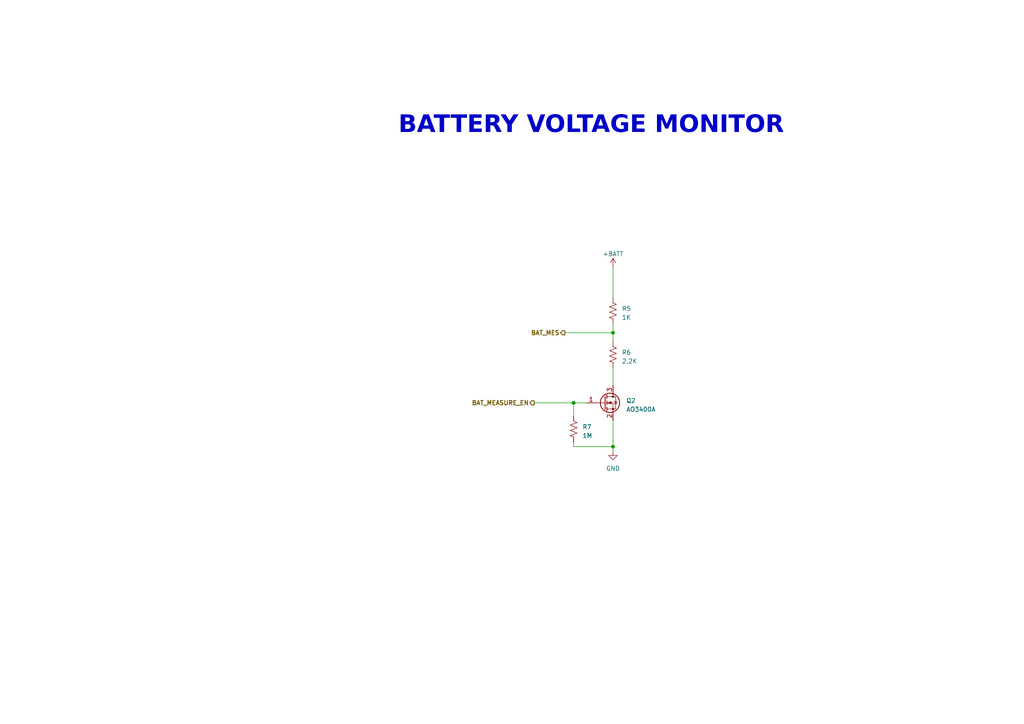
<source format=kicad_sch>
(kicad_sch (version 20230121) (generator eeschema)
  (paper "A4")
  (lib_symbols
    (symbol "Device:Q_NMOS_GSD" (pin_names (offset 0) hide)
      (property "Reference" "Q" (at 5.08 1.27 0))
      (property "Value" "Q_NMOS_GSD" (at 5.08 -1.27 0))
      (symbol "Q_NMOS_GSD_0_1"
        (polyline (pts (xy 0.254 0) (xy -2.54 0)))
        (polyline (pts (xy 0.254 1.905) (xy 0.254 -1.905)) (stroke (width 0.254)))
        (polyline (pts (xy 0.762 -1.27) (xy 0.762 -2.286)) (stroke (width 0.254)))
        (polyline (pts (xy 0.762 0.508) (xy 0.762 -0.508)) (stroke (width 0.254)))
        (polyline (pts (xy 0.762 2.286) (xy 0.762 1.27)) (stroke (width 0.254)))
        (polyline (pts (xy 2.54 2.54) (xy 2.54 1.778)))
        (polyline (pts (xy 2.54 -2.54) (xy 2.54 0) (xy 0.762 0)))
        (polyline (pts (xy 0.762 -1.778) (xy 3.302 -1.778) (xy 3.302 1.778) (xy 0.762 1.778)))
        (polyline (pts (xy 1.016 0) (xy 2.032 0.381) (xy 2.032 -0.381) (xy 1.016 0)) (fill (type outline)))
        (polyline (pts (xy 2.794 0.508) (xy 2.921 0.381) (xy 3.683 0.381) (xy 3.81 0.254)))
        (polyline (pts (xy 3.302 0.381) (xy 2.921 -0.254) (xy 3.683 -0.254) (xy 3.302 0.381)))
        (circle (center 1.651 0) (radius 2.794) (stroke (width 0.254)))
        (circle (center 2.54 -1.778) (radius 0.254) (fill (type outline)))
        (circle (center 2.54 1.778) (radius 0.254) (fill (type outline)))
      )
      (symbol "Q_NMOS_GSD_1_1"
        (pin input line (at -5.08 0 0) (length 2.54) (name "G") (number "1"))
        (pin passive line (at 2.54 -5.08 90) (length 2.54) (name "S") (number "2"))
        (pin passive line (at 2.54 5.08 270) (length 2.54) (name "D") (number "3"))
      )
    )
    (symbol "Device:R_US" (pin_numbers hide) (pin_names (offset 0))
      (property "Reference" "R" (at 2.54 0 90))
      (property "Value" "R_US" (at -2.54 0 90))
      (symbol "R_US_0_1"
        (polyline (pts (xy 0 -2.286) (xy 0 -2.54)))
        (polyline (pts (xy 0 2.286) (xy 0 2.54)))
        (polyline (pts (xy 0 -0.762) (xy 1.016 -1.143) (xy 0 -1.524) (xy -1.016 -1.905) (xy 0 -2.286)))
        (polyline (pts (xy 0 0.762) (xy 1.016 0.381) (xy 0 0) (xy -1.016 -0.381) (xy 0 -0.762)))
        (polyline (pts (xy 0 2.286) (xy 1.016 1.905) (xy 0 1.524) (xy -1.016 1.143) (xy 0 0.762)))
      )
      (symbol "R_US_1_1"
        (pin passive line (at 0 3.81 270) (length 1.27) (name "~") (number "1"))
        (pin passive line (at 0 -3.81 90) (length 1.27) (name "~") (number "2"))
      )
    )
    (symbol "power:+BATT" (power) (pin_names (offset 0))
      (property "Value" "+BATT" (at 0 3.556 0))
      (symbol "+BATT_0_1"
        (polyline (pts (xy -0.762 1.27) (xy 0 2.54)))
        (polyline (pts (xy 0 0) (xy 0 2.54)))
        (polyline (pts (xy 0 2.54) (xy 0.762 1.27)))
      )
      (symbol "+BATT_1_1"
        (pin power_in line (at 0 0 90) (length 0) hide (name "+BATT") (number "1"))
      )
    )
    (symbol "power:GND" (power) (pin_names (offset 0))
      (property "Value" "GND" (at 0 -3.81 0))
      (symbol "GND_0_1"
        (polyline (pts (xy 0 0) (xy 0 -1.27) (xy 1.27 -1.27) (xy 0 -2.54) (xy -1.27 -1.27) (xy 0 -1.27)))
      )
      (symbol "GND_1_1"
        (pin power_in line (at 0 0 270) (length 0) hide (name "GND") (number "1"))
      )
    )
  )
  (junction (at 177.8 129.54))
  (junction (at 166.37 116.84))
  (junction (at 177.8 96.52))
  (wire (pts (xy 177.8 93.98) (xy 177.8 96.52)))
  (wire (pts (xy 177.8 129.54) (xy 166.37 129.54)))
  (wire (pts (xy 177.8 77.47) (xy 177.8 86.36)))
  (wire (pts (xy 177.8 106.68) (xy 177.8 111.76)))
  (wire (pts (xy 163.83 96.52) (xy 177.8 96.52)))
  (wire (pts (xy 154.94 116.84) (xy 166.37 116.84)))
  (wire (pts (xy 166.37 129.54) (xy 166.37 128.27)))
  (wire (pts (xy 177.8 129.54) (xy 177.8 121.92)))
  (wire (pts (xy 177.8 130.81) (xy 177.8 129.54)))
  (wire (pts (xy 166.37 116.84) (xy 170.18 116.84)))
  (wire (pts (xy 177.8 96.52) (xy 177.8 99.06)))
  (wire (pts (xy 166.37 120.65) (xy 166.37 116.84)))
  (text "BATTERY VOLTAGE MONITOR" (at 115.57 40.64 0) (effects (font (size 5 5) bold) (justify left bottom)))
  (hierarchical_label "BAT_MES" (shape output) (at 163.83 96.52 180) (effects (font bold)))
  (hierarchical_label "BAT_MEASURE_EN" (shape output) (at 154.94 116.84 180) (effects (font bold)))
  (symbol (lib_id "Device:R_US") (at 177.8 102.87 0) (unit 1)
    (property "Reference" "R6" (at 180.34 102.235 0) (effects (justify left)))
    (property "Value" "2.2K" (at 180.34 104.775 0) (effects (justify left)))
    (property "Footprint" "Resistor_SMD:R_0402_1005Metric" (effects hide))
  )
  (symbol (lib_id "Device:Q_NMOS_GSD") (at 175.26 116.84 0) (unit 1)
    (property "Reference" "Q2" (at 181.61 116.205 0) (effects (justify left)))
    (property "Value" "AO3400A" (at 181.61 118.745 0) (effects (justify left)))
    (property "Footprint" "Package_TO_SOT_SMD:SOT-23" (effects hide))
  )
  (symbol (lib_id "Device:R_US") (at 166.37 124.46 0) (unit 1)
    (property "Reference" "R7" (at 168.91 123.825 0) (effects (justify left)))
    (property "Value" "1M" (at 168.91 126.365 0) (effects (justify left)))
    (property "Footprint" "Resistor_SMD:R_0402_1005Metric" (effects hide))
  )
  (symbol (lib_id "Device:R_US") (at 177.8 90.17 0) (unit 1)
    (property "Reference" "R5" (at 180.34 89.535 0) (effects (justify left)))
    (property "Value" "1K" (at 180.34 92.075 0) (effects (justify left)))
    (property "Footprint" "Resistor_SMD:R_0402_1005Metric" (effects hide))
  )
  (symbol (lib_id "power:GND") (at 177.8 130.81 0) (unit 1)
    (property "Reference" "#PWR064" (effects hide))
    (property "Value" "GND" (at 177.8 135.89 0))
  )
  (symbol (lib_id "power:+BATT") (at 177.8 77.47 0) (unit 1)
    (property "Reference" "#PWR065" (effects hide))
    (property "Value" "+BATT" (at 177.8 73.66 0))
  )
)
</source>
